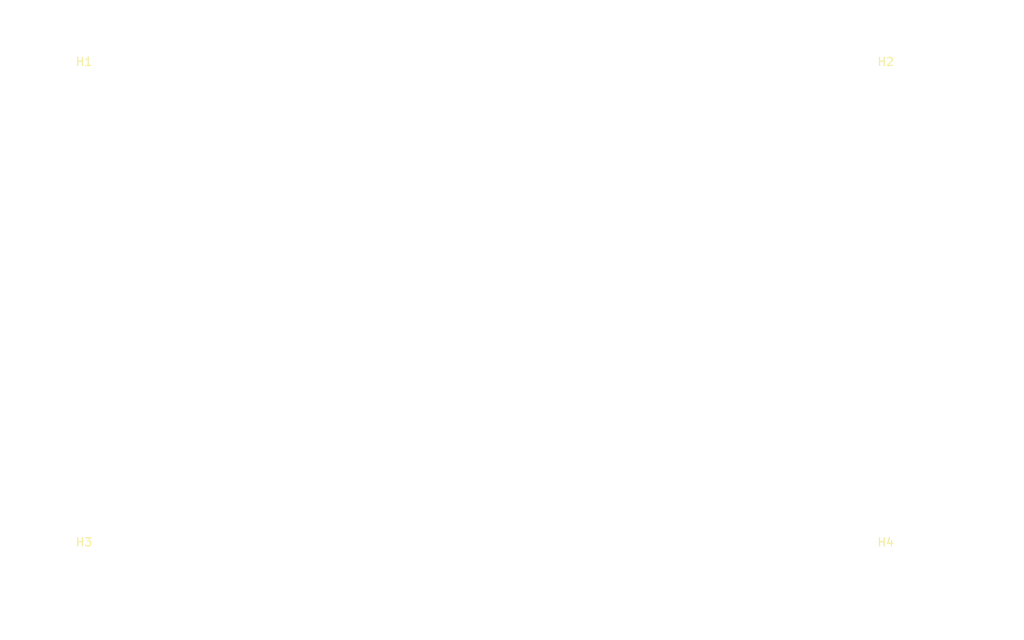
<source format=kicad_pcb>
(kicad_pcb (version 20210228) (generator pcbnew)
  (title_block (title "Enter Title On Page Setting Dialog") (rev "1") (company "KiCAD"))
  (layers (0 "F.Cu" signal) (31 "B.Cu" signal) (34 "B.Paste" user) (35 "F.Paste" user) (36 "B.SilkS" user "B.Silkscreen") (37 "F.SilkS" user "F.Silkscreen") (38 "B.Mask" user) (39 "F.Mask" user) (44 "Edge.Cuts" user))
  (net 0 "")
  (footprint "MountingHole:MountingHole_3.2mm_M3" (layer "F.Cu") (at 89 58.000001)
    (fp_text reference "H1" (at 5.16 -0.205) (layer "F.SilkS"))
    (fp_text value "MountingHole")
    (pad "1" np_thru_hole circle (at 0 0) (size 3.2 3.2) (drill 3.2) (layers *.Cu *.Mask))
  )
  (footprint "MountingHole:MountingHole_3.2mm_M3" (layer "F.Cu") (at 198 58.000001)
    (fp_text reference "H2" (at -5.26 -0.205) (layer "F.SilkS"))
    (fp_text value "MountingHole")
    (pad "1" np_thru_hole circle (at 0 0) (size 3.2 3.2) (drill 3.2) (layers *.Cu *.Mask))
  )
  (footprint "MountingHole:MountingHole_3.2mm_M3" (layer "F.Cu") (at 89 117.000001)
    (fp_text reference "H3" (at 5.16 -0.08) (layer "F.SilkS"))
    (fp_text value "MountingHole")
    (pad "1" np_thru_hole circle (at 0 0) (size 3.2 3.2) (drill 3.2) (layers *.Cu *.Mask))
  )
  (footprint "MountingHole:MountingHole_3.2mm_M3" (layer "F.Cu") (at 198 117.000001)
    (fp_text reference "H4" (at -5.26 -0.08) (layer "F.SilkS"))
    (fp_text value "MountingHole")
    (pad "1" np_thru_hole circle (at 0 0) (size 3.2 3.2) (drill 3.2) (layers *.Cu *.Mask))
  )
  (gr_line (start 84 53.000001) (end 84 122.000001) (layer "Edge.Cuts") (width 0.00254))
  (gr_line (start 84 122.000001) (end 203 122.000001) (layer "Edge.Cuts") (width 0.00254))
  (gr_line (start 203 53.000001) (end 84 53.000001) (layer "Edge.Cuts") (width 0.00254))
  (gr_line (start 203 53.000001) (end 203 122.000001) (layer "Edge.Cuts") (width 0.00254))
)
</source>
